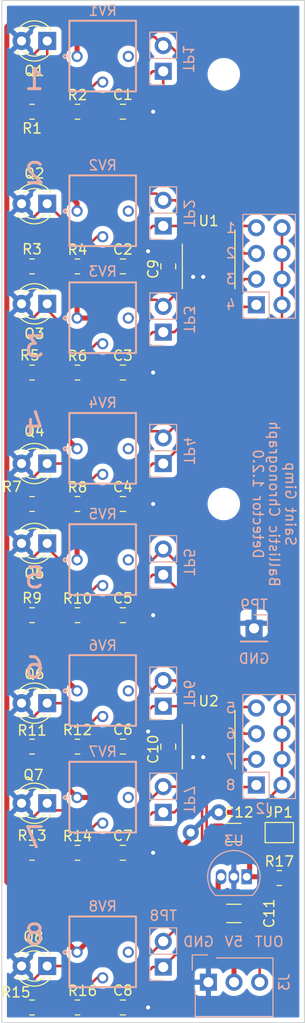
<source format=kicad_pcb>
(kicad_pcb (version 20210925) (generator pcbnew)
  (layers (0 "F.Cu" signal) (31 "B.Cu" signal) (34 "B.Paste" user) (35 "F.Paste" user) (36 "B.SilkS" user "B.Silkscreen") (37 "F.SilkS" user "F.Silkscreen") (38 "B.Mask" user) (39 "F.Mask" user) (44 "Edge.Cuts" user))
  (net 0 "")
  (net 1 "+5V")
  (net 2 "GND")
  (net 3 "Net-(JP1-Pad2)")
  (net 4 "Net-(R1-Pad1)")
  (net 5 "Net-(R4-Pad1)")
  (net 6 "Net-(R5-Pad1)")
  (net 7 "Net-(R11-Pad1)")
  (net 8 "Net-(R15-Pad1)")
  (net 9 "Net-(C1-Pad1)")
  (net 10 "Net-(C2-Pad1)")
  (net 11 "Net-(C5-Pad1)")
  (net 12 "Net-(C6-Pad1)")
  (net 13 "Net-(C7-Pad1)")
  (net 14 "Net-(C8-Pad1)")
  (net 15 "+3V3")
  (net 16 "/Group-A/Group-A-Output")
  (net 17 "Net-(J2-Pad3)")
  (net 18 "Net-(J2-Pad5)")
  (net 19 "Net-(J2-Pad1)")
  (net 20 "Net-(J2-Pad7)")
  (net 21 "Net-(Q1-Pad1)")
  (net 22 "Net-(Q2-Pad1)")
  (net 23 "Net-(Q5-Pad1)")
  (net 24 "Net-(Q6-Pad1)")
  (net 25 "Net-(Q7-Pad1)")
  (net 26 "Net-(Q8-Pad1)")
  (net 27 "Net-(R8-Pad1)")
  (net 28 "Net-(R10-Pad1)")
  (net 29 "Net-(R14-Pad1)")
  (net 30 "Net-(C3-Pad1)")
  (net 31 "Net-(C4-Pad1)")
  (net 32 "Net-(J1-Pad1)")
  (net 33 "Net-(J1-Pad3)")
  (net 34 "Net-(Q3-Pad1)")
  (net 35 "Net-(Q4-Pad1)")
  (net 36 "Net-(J1-Pad5)")
  (net 37 "Net-(J1-Pad7)")
  (footprint "Capacitor_SMD:C_0805_2012Metric_Pad1.18x1.45mm_HandSolder" (layer "F.Cu") (at 122.725 121.06)
    (fp_text reference "C6")
    (fp_text value "1uF" hide)
  )
  (footprint "LED_THT:LED_D3.0mm_IRBlack" (layer "F.Cu") (at 115.225 142.76 180)
    (fp_text reference "Q8")
    (fp_text value "SFH 314 FA-2/3" hide)
  )
  (footprint "LED_THT:LED_D3.0mm_IRBlack" (layer "F.Cu") (at 115.225 116.76 180)
    (fp_text reference "Q6")
    (fp_text value "SFH 314 FA-2/3" hide)
  )
  (footprint "Resistor_SMD:R_0805_2012Metric_Pad1.20x1.40mm_HandSolder" (layer "F.Cu") (at 113.725 121.06 180)
    (fp_text reference "R11")
    (fp_text value "1" hide)
  )
  (footprint "Resistor_SMD:R_0805_2012Metric_Pad1.20x1.40mm_HandSolder" (layer "F.Cu") (at 118.225 97.06)
    (fp_text reference "R8")
    (fp_text value "330K" hide)
  )
  (footprint "LED_THT:LED_D3.0mm_IRBlack" (layer "F.Cu") (at 115.225 51.26 180)
    (fp_text reference "Q1")
    (fp_text value "SFH 314 FA-2/3" hide)
  )
  (footprint "Capacitor_SMD:C_0805_2012Metric_Pad1.18x1.45mm_HandSolder" (layer "F.Cu") (at 122.725 73.56)
    (fp_text reference "C2")
    (fp_text value "1uF" hide)
  )
  (footprint "Resistor_SMD:R_0805_2012Metric_Pad1.20x1.40mm_HandSolder" (layer "F.Cu") (at 118.225 58.26)
    (fp_text reference "R2")
    (fp_text value "330K" hide)
  )
  (footprint "Resistor_SMD:R_0805_2012Metric_Pad1.20x1.40mm_HandSolder" (layer "F.Cu") (at 113.725 131.56 180)
    (fp_text reference "R13")
    (fp_text value "1" hide)
  )
  (footprint "Capacitor_SMD:C_0805_2012Metric_Pad1.18x1.45mm_HandSolder" (layer "F.Cu") (at 127.225 73.56 -90)
    (fp_text reference "C9")
    (fp_text value "1uF" hide)
  )
  (footprint "LED_THT:LED_D3.0mm_IRBlack" (layer "F.Cu") (at 115.225 93.06 180)
    (fp_text reference "Q4")
    (fp_text value "SFH 314 FA-2/3" hide)
  )
  (footprint "Resistor_SMD:R_0805_2012Metric_Pad1.20x1.40mm_HandSolder" (layer "F.Cu") (at 113.725 108.06 180)
    (fp_text reference "R9")
    (fp_text value "1" hide)
  )
  (footprint "LED_THT:LED_D3.0mm_IRBlack" (layer "F.Cu") (at 115.225 77.26 180)
    (fp_text reference "Q3")
    (fp_text value "SFH 314 FA-2/3" hide)
  )
  (footprint "Resistor_SMD:R_0805_2012Metric_Pad1.20x1.40mm_HandSolder" (layer "F.Cu") (at 113.725 84.06 180)
    (fp_text reference "R5")
    (fp_text value "1" hide)
  )
  (footprint "Resistor_SMD:R_0805_2012Metric_Pad1.20x1.40mm_HandSolder" (layer "F.Cu") (at 113.725 146.86 180)
    (fp_text reference "R15")
    (fp_text value "1" hide)
  )
  (footprint "Capacitor_SMD:C_0805_2012Metric_Pad1.18x1.45mm_HandSolder" (layer "F.Cu") (at 122.725 58.26)
    (fp_text reference "C1")
    (fp_text value "1uF" hide)
  )
  (footprint "Package_SO:TSSOP-14_4.4x5mm_P0.65mm" (layer "F.Cu") (at 131.225 73.56 -90)
    (fp_text reference "U1")
    (fp_text value "LM339" hide)
  )
  (footprint "Capacitor_SMD:C_0805_2012Metric_Pad1.18x1.45mm_HandSolder" (layer "F.Cu") (at 122.725 131.56)
    (fp_text reference "C7")
    (fp_text value "1uF" hide)
  )
  (footprint "Capacitor_SMD:C_1206_3216Metric_Pad1.33x1.80mm_HandSolder" (layer "F.Cu") (at 133.725 137.56)
    (fp_text reference "C11")
    (fp_text value "10uf" hide)
  )
  (footprint "Resistor_SMD:R_0805_2012Metric_Pad1.20x1.40mm_HandSolder" (layer "F.Cu") (at 138.225 134.06)
    (fp_text reference "R17")
    (fp_text value "330K" hide)
  )
  (footprint "Capacitor_SMD:C_0805_2012Metric_Pad1.18x1.45mm_HandSolder" (layer "F.Cu") (at 127.225 121.06 -90)
    (fp_text reference "C10")
    (fp_text value "1uF" hide)
  )
  (footprint "LED_THT:LED_D3.0mm_IRBlack" (layer "F.Cu") (at 115.225 126.66 180)
    (fp_text reference "Q7")
    (fp_text value "SFH 314 FA-2/3" hide)
  )
  (footprint "MountingHole:MountingHole_2.2mm_M2" (layer "F.Cu") (at 132.725 97.06)
    (fp_text reference "REF**" hide)
    (fp_text value "MountingHole_2.2mm_M2" hide)
  )
  (footprint "Resistor_SMD:R_0805_2012Metric_Pad1.20x1.40mm_HandSolder" (layer "F.Cu") (at 118.225 84.06)
    (fp_text reference "R6")
    (fp_text value "330K" hide)
  )
  (footprint "Resistor_SMD:R_0805_2012Metric_Pad1.20x1.40mm_HandSolder" (layer "F.Cu") (at 113.725 58.26 180)
    (fp_text reference "R1")
    (fp_text value "1" hide)
  )
  (footprint "MountingHole:MountingHole_2.2mm_M2" (layer "F.Cu") (at 132.725 54.56)
    (fp_text reference "REF**" hide)
    (fp_text value "MountingHole_2.2mm_M2" hide)
  )
  (footprint "Resistor_SMD:R_0805_2012Metric_Pad1.20x1.40mm_HandSolder" (layer "F.Cu") (at 118.225 131.56)
    (fp_text reference "R14")
    (fp_text value "330K" hide)
  )
  (footprint "Package_SO:TSSOP-14_4.4x5mm_P0.65mm" (layer "F.Cu") (at 131.225 121.06 -90)
    (fp_text reference "U2")
    (fp_text value "LM339" hide)
  )
  (footprint "Resistor_SMD:R_0805_2012Metric_Pad1.20x1.40mm_HandSolder" (layer "F.Cu") (at 118.225 108.06)
    (fp_text reference "R10")
    (fp_text value "330K" hide)
  )
  (footprint "Resistor_SMD:R_0805_2012Metric_Pad1.20x1.40mm_HandSolder" (layer "F.Cu") (at 118.225 73.56)
    (fp_text reference "R4")
    (fp_text value "330K" hide)
  )
  (footprint "Capacitor_SMD:C_0805_2012Metric_Pad1.18x1.45mm_HandSolder" (layer "F.Cu") (at 122.725 146.86)
    (fp_text reference "C8")
    (fp_text value "1uF" hide)
  )
  (footprint "Resistor_SMD:R_0805_2012Metric_Pad1.20x1.40mm_HandSolder" (layer "F.Cu") (at 118.225 146.86)
    (fp_text reference "R16")
    (fp_text value "330K" hide)
  )
  (footprint "Resistor_SMD:R_0805_2012Metric_Pad1.20x1.40mm_HandSolder" (layer "F.Cu") (at 113.725 97.06 180)
    (fp_text reference "R7")
    (fp_text value "1" hide)
  )
  (footprint "LED_THT:LED_D3.0mm_IRBlack" (layer "F.Cu") (at 115.225 100.96 180)
    (fp_text reference "Q5")
    (fp_text value "SFH 314 FA-2/3" hide)
  )
  (footprint "Resistor_SMD:R_0805_2012Metric_Pad1.20x1.40mm_HandSolder" (layer "F.Cu") (at 118.225 121.06)
    (fp_text reference "R12")
    (fp_text value "330K" hide)
  )
  (footprint "Capacitor_SMD:C_0805_2012Metric_Pad1.18x1.45mm_HandSolder" (layer "F.Cu") (at 122.725 108.06)
    (fp_text reference "C5")
    (fp_text value "1uF" hide)
  )
  (footprint "Capacitor_SMD:C_0805_2012Metric_Pad1.18x1.45mm_HandSolder" (layer "F.Cu") (at 122.725 84.06)
    (fp_text reference "C3")
    (fp_text value "1uF" hide)
  )
  (footprint "Resistor_SMD:R_0805_2012Metric_Pad1.20x1.40mm_HandSolder" (layer "F.Cu") (at 113.725 73.56 180)
    (fp_text reference "R3")
    (fp_text value "1" hide)
  )
  (footprint "Jumper:SolderJumper-2_P1.3mm_Bridged_Pad1.0x1.5mm" (layer "F.Cu") (at 138.225 129.56)
    (fp_text reference "JP1")
    (fp_text value "Jumper_2_Bridged" hide)
  )
  (footprint "Capacitor_SMD:C_1206_3216Metric_Pad1.33x1.80mm_HandSolder" (layer "F.Cu") (at 133.725 129.56 180)
    (fp_text reference "C12")
    (fp_text value "10uf" hide)
  )
  (footprint "Capacitor_SMD:C_0805_2012Metric_Pad1.18x1.45mm_HandSolder" (layer "F.Cu") (at 122.725 97.06)
    (fp_text reference "C4")
    (fp_text value "1uF" hide)
  )
  (footprint "LED_THT:LED_D3.0mm_IRBlack" (layer "F.Cu") (at 115.225 67.36 180)
    (fp_text reference "Q2")
    (fp_text value "SFH 314 FA-2/3" hide)
  )
  (footprint "SaintGimp:KF2510_Header_1x03_Vertical" (layer "B.Cu") (at 131.2 144.36 -90)
    (fp_text reference "J3")
    (fp_text value "Conn_01x03" hide)
  )
  (footprint "Connector_PinHeader_2.54mm:PinHeader_2x04_P2.54mm_Vertical" (layer "B.Cu") (at 135.95 77.36)
    (fp_text reference "J1" hide)
    (fp_text value "Conn_02x04_Odd_Even" hide)
  )
  (footprint "Connector_PinHeader_2.54mm:PinHeader_1x02_P2.54mm_Vertical" (layer "B.Cu") (at 126.725 104.06)
    (fp_text reference "TP5")
    (fp_text value "TestPoint_2Pole" hide)
  )
  (footprint "Connector_PinHeader_2.54mm:PinHeader_1x02_P2.54mm_Vertical" (layer "B.Cu") (at 126.725 69.56)
    (fp_text reference "TP2")
    (fp_text value "TestPoint_2Pole" hide)
  )
  (footprint "Connector_PinHeader_2.54mm:PinHeader_1x02_P2.54mm_Vertical" (layer "B.Cu") (at 126.725 80.06)
    (fp_text reference "TP3")
    (fp_text value "TestPoint_2Pole" hide)
  )
  (footprint "Connector_PinHeader_2.54mm:PinHeader_1x02_P2.54mm_Vertical" (layer "B.Cu") (at 126.725 93.06)
    (fp_text reference "TP4")
    (fp_text value "TestPoint_2Pole" hide)
  )
  (footprint "SamacSys_Parts:3362P_1" (layer "B.Cu") (at 120.725 49.26)
    (fp_text reference "RV1")
    (fp_text value "5K" hide)
  )
  (footprint "Package_TO_SOT_THT:TO-92_Inline" (layer "B.Cu") (at 134.995 133.9325 180)
    (fp_text reference "U3")
    (fp_text value "LP2950-3.3_TO92" hide)
  )
  (footprint "SamacSys_Parts:3362P_1" (layer "B.Cu") (at 120.725 122.56)
    (fp_text reference "RV7")
    (fp_text value "5K" hide)
  )
  (footprint "Connector_PinHeader_2.54mm:PinHeader_1x01_P2.54mm_Vertical" (layer "B.Cu") (at 135.725 109.36 180)
    (fp_text reference "TP9")
    (fp_text value "TestPoint" hide)
  )
  (footprint "SamacSys_Parts:3362P_1" (layer "B.Cu") (at 120.725 99.06)
    (fp_text reference "RV5")
    (fp_text value "5K" hide)
  )
  (footprint "Connector_PinHeader_2.54mm:PinHeader_1x02_P2.54mm_Vertical" (layer "B.Cu") (at 126.725 142.86)
    (fp_text reference "TP8")
    (fp_text value "TestPoint_2Pole" hide)
  )
  (footprint "SamacSys_Parts:3362P_1" (layer "B.Cu") (at 120.725 75.14)
    (fp_text reference "RV3")
    (fp_text value "5K" hide)
  )
  (footprint "SamacSys_Parts:3362P_1" (layer "B.Cu") (at 120.725 137.86)
    (fp_text reference "RV8")
    (fp_text value "5K" hide)
  )
  (footprint "Connector_PinHeader_2.54mm:PinHeader_1x02_P2.54mm_Vertical" (layer "B.Cu") (at 126.725 117.06)
    (fp_text reference "TP6")
    (fp_text value "TestPoint_2Pole" hide)
  )
  (footprint "SamacSys_Parts:3362P_1" (layer "B.Cu") (at 120.725 64.56)
    (fp_text reference "RV2")
    (fp_text value "5K" hide)
  )
  (footprint "SamacSys_Parts:3362P_1" (layer "B.Cu") (at 120.725 112.01)
    (fp_text reference "RV6")
    (fp_text value "5K" hide)
  )
  (footprint "Connector_PinHeader_2.54mm:PinHeader_1x02_P2.54mm_Vertical" (layer "B.Cu") (at 126.725 127.56)
    (fp_text reference "TP7")
    (fp_text value "TestPoint_2Pole" hide)
  )
  (footprint "SamacSys_Parts:3362P_1" (layer "B.Cu") (at 120.725 88.06)
    (fp_text reference "RV4")
    (fp_text value "5K" hide)
  )
  (footprint "Connector_PinHeader_2.54mm:PinHeader_2x04_P2.54mm_Vertical" (layer "B.Cu") (at 135.95 124.86)
    (fp_text reference "J2")
    (fp_text value "Conn_02x04_Odd_Even" hide)
  )
  (footprint "Connector_PinHeader_2.54mm:PinHeader_1x02_P2.54mm_Vertical" (layer "B.Cu") (at 126.725 54.26)
    (fp_text reference "TP1")
    (fp_text value "TestPoint_2Pole" hide)
  )
  (gr_rect (start 110.725 47.26) (end 140.725 148.36) (layer "Edge.Cuts") (width 0.1) (fill none))
  (gr_text "GND" (at 135.725 112.36) (layer "B.SilkS") (effects (font (size 1 1)) (justify mirror)))
  (gr_text "7" (at 113.955 130.06) (layer "B.SilkS") (effects (font (size 2 2) (thickness 0.3)) (justify mirror)))
  (gr_text "5" (at 113.955 104.36) (layer "B.SilkS") (effects (font (size 2 2) (thickness 0.3)) (justify mirror)))
  (gr_text "7" (at 133.41 122.32) (layer "B.SilkS") (effects (font (size 1 1)) (justify mirror)))
  (gr_text "3" (at 133.41 74.82) (layer "B.SilkS") (effects (font (size 1 1)) (justify mirror)))
  (gr_text "Saint Gimp\nBallistic Chronograph\nDetector 1.2.0" (at 137.725 97.06 270) (layer "B.SilkS") (effects (font (size 1 1)) (justify mirror)))
  (gr_text "5" (at 133.41 117.24) (layer "B.SilkS") (effects (font (size 1 1)) (justify mirror)))
  (gr_text "1" (at 133.41 69.74) (layer "B.SilkS") (effects (font (size 1 1)) (justify mirror)))
  (gr_text "3" (at 113.955 81.5) (layer "B.SilkS") (effects (font (size 2 2) (thickness 0.3)) (justify mirror)))
  (gr_text "8" (at 113.955 139.68) (layer "B.SilkS") (effects (font (size 2 2) (thickness 0.3)) (justify mirror)))
  (gr_text "4" (at 113.955 89.12) (layer "B.SilkS") (effects (font (size 2 2) (thickness 0.3)) (justify mirror)))
  (gr_text "1" (at 113.955 55.07) (layer "B.SilkS") (effects (font (size 2 2) (thickness 0.3)) (justify mirror)))
  (gr_text "6" (at 133.41 119.78) (layer "B.SilkS") (effects (font (size 1 1)) (justify mirror)))
  (gr_text "6" (at 113.955 113.25) (layer "B.SilkS") (effects (font (size 2 2) (thickness 0.3)) (justify mirror)))
  (gr_text "5V" (at 133.725 140.36) (layer "B.SilkS") (effects (font (size 1 1)) (justify mirror)))
  (gr_text "2" (at 133.41 72.25) (layer "B.SilkS") (effects (font (size 1 1)) (justify mirror)))
  (gr_text "8" (at 133.41 124.86) (layer "B.SilkS") (effects (font (size 1 1)) (justify mirror)))
  (gr_text "2" (at 113.955 64.36) (layer "B.SilkS") (effects (font (size 2 2) (thickness 0.3)) (justify mirror)))
  (gr_text "OUT" (at 137.225 140.36) (layer "B.SilkS") (effects (font (size 1 1)) (justify mirror)))
  (gr_text "GND" (at 130.225 140.36) (layer "B.SilkS") (effects (font (size 1 1)) (justify mirror)))
  (gr_text "4" (at 133.41 77.36) (layer "B.SilkS") (effects (font (size 1 1)) (justify mirror)))
  (segment (start 133.74 144.36) (end 133.74 139.1375) (width 0.5) (layer "F.Cu") (net 1))
  (segment (start 132.1625 134.225) (end 132.455 133.9325) (width 0.5) (layer "F.Cu") (net 1))
  (segment (start 132.1625 137.56) (end 132.1625 134.225) (width 0.5) (layer "F.Cu") (net 1))
  (segment (start 133.74 139.1375) (end 132.1625 137.56) (width 0.5) (layer "F.Cu") (net 1))
  (segment (start 125.725 108.06) (end 123.7625 108.06) (width 0.25) (layer "F.Cu") (net 2))
  (segment (start 133.725 135.9975) (end 133.725 133.9325) (width 0.5) (layer "F.Cu") (net 2))
  (segment (start 123.7625 73.56) (end 123.7625 73.5225) (width 0.25) (layer "F.Cu") (net 2))
  (segment (start 123.7625 58.26) (end 125.725 58.26) (width 0.25) (layer "F.Cu") (net 2))
  (segment (start 125.725 131.56) (end 123.7625 131.56) (width 0.25) (layer "F.Cu") (net 2))
  (segment (start 135.2875 137.56) (end 133.725 135.9975) (width 0.5) (layer "F.Cu") (net 2))
  (segment (start 129.6875 74.5975) (end 130.6875 74.5975) (width 0.4) (layer "F.Cu") (net 2))
  (segment (start 130.846698 122.0975) (end 131.875 123.125802) (width 0.4) (layer "F.Cu") (net 2))
  (segment (start 132.1625 130.4975) (end 133.725 132.06) (width 0.5) (layer "F.Cu") (net 2))
  (segment (start 125.225 146.86) (end 123.7625 146.86) (width 0.25) (layer "F.Cu") (net 2))
  (segment (start 125.725 84.06) (end 123.7625 84.06) (width 0.25) (layer "F.Cu") (net 2))
  (segment (start 123.7625 73.5225) (end 125.225 72.06) (width 0.25) (layer "F.Cu") (net 2))
  (segment (start 130.846698 74.5975) (end 131.875 75.625802) (width 0.4) (layer "F.Cu") (net 2))
  (segment (start 127.225 122.0975) (end 129.6875 122.0975) (width 0.4) (layer "F.Cu") (net 2))
  (segment (start 133.725 132.06) (end 133.725 133.9325) (width 0.5) (layer "F.Cu") (net 2))
  (segment (start 130.6875 74.5975) (end 130.846698 74.5975) (width 0.4) (layer "F.Cu") (net 2))
  (segment (start 125.725 97.06) (end 123.7625 97.06) (width 0.25) (layer "F.Cu") (net 2))
  (segment (start 131.875 123.125802) (end 131.875 123.9225) (width 0.4) (layer "F.Cu") (net 2))
  (segment (start 127.225 74.5975) (end 129.6875 74.5975) (width 0.4) (layer "F.Cu") (net 2))
  (segment (start 130.6875 122.0975) (end 130.846698 122.0975) (width 0.4) (layer "F.Cu") (net 2))
  (segment (start 132.1625 129.56) (end 132.1625 130.4975) (width 0.5) (layer "F.Cu") (net 2))
  (segment (start 123.7625 121.0225) (end 125.225 119.56) (width 0.25) (layer "F.Cu") (net 2))
  (segment (start 131.875 75.625802) (end 131.875 76.4225) (width 0.4) (layer "F.Cu") (net 2))
  (segment (start 123.7625 121.06) (end 123.7625 121.0225) (width 0.25) (layer "F.Cu") (net 2))
  (segment (start 129.6875 122.0975) (end 130.6875 122.0975) (width 0.4) (layer "F.Cu") (net 2))
  (via (at 129.6875 74.5975) (size 0.8) (drill 0.4) (layers "F.Cu" "B.Cu") (net 2))
  (via (at 125.225 72.06) (size 0.8) (drill 0.4) (layers "F.Cu" "B.Cu") (net 2))
  (via (at 125.725 58.26) (size 0.8) (drill 0.4) (layers "F.Cu" "B.Cu") (net 2))
  (via (at 130.6875 74.5975) (size 0.8) (drill 0.4) (layers "F.Cu" "B.Cu") (net 2))
  (via (at 129.6875 122.0975) (size 0.8) (drill 0.4) (layers "F.Cu" "B.Cu") (net 2))
  (via (at 130.6875 122.0975) (size 0.8) (drill 0.4) (layers "F.Cu" "B.Cu") (net 2))
  (via (at 125.725 108.06) (size 0.8) (drill 0.4) (layers "F.Cu" "B.Cu") (net 2))
  (via (at 125.225 119.56) (size 0.8) (drill 0.4) (layers "F.Cu" "B.Cu") (net 2))
  (via (at 125.725 84.06) (size 0.8) (drill 0.4) (layers "F.Cu" "B.Cu") (net 2))
  (via (at 125.725 97.06) (size 0.8) (drill 0.4) (layers "F.Cu" "B.Cu") (net 2))
  (via (at 125.225 146.86) (size 0.8) (drill 0.4) (layers "F.Cu" "B.Cu") (net 2))
  (via (at 125.725 131.56) (size 0.8) (drill 0.4) (layers "F.Cu" "B.Cu") (net 2))
  (segment (start 139.225 129.91) (end 138.875 129.56) (width 0.25) (layer "F.Cu") (net 3))
  (segment (start 139.225 134.06) (end 139.225 129.91) (width 0.25) (layer "F.Cu") (net 3))
  (segment (start 120.155 55.33) (end 120.725 55.33) (width 0.25) (layer "F.Cu") (net 4))
  (segment (start 117.225 58.26) (end 114.725 58.26) (width 0.25) (layer "F.Cu") (net 4))
  (segment (start 117.225 58.26) (end 120.155 55.33) (width 0.25) (layer "F.Cu") (net 4))
  (segment (start 120.155 70.63) (end 120.725 70.63) (width 0.25) (layer "F.Cu") (net 5))
  (segment (start 117.225 73.56) (end 120.155 70.63) (width 0.25) (layer "F.Cu") (net 5))
  (segment (start 117.225 73.56) (end 114.725 73.56) (width 0.25) (layer "F.Cu") (net 5))
  (segment (start 117.225 84.06) (end 120.155 81.13) (width 0.25) (layer "F.Cu") (net 6))
  (segment (start 117.225 84.06) (end 114.725 84.06) (width 0.25) (layer "F.Cu") (net 6))
  (segment (start 120.155 81.13) (end 120.725 81.13) (width 0.25) (layer "F.Cu") (net 6))
  (segment (start 117.225 121.06) (end 114.725 121.06) (width 0.25) (layer "F.Cu") (net 7))
  (segment (start 117.225 121.06) (end 120.205 118.08) (width 0.25) (layer "F.Cu") (net 7))
  (segment (start 120.205 118.08) (end 120.725 118.08) (width 0.25) (layer "F.Cu") (net 7))
  (segment (start 117.225 146.86) (end 114.725 146.86) (width 0.25) (layer "F.Cu") (net 8))
  (segment (start 120.155 143.93) (end 120.725 143.93) (width 0.25) (layer "F.Cu") (net 8))
  (segment (start 117.225 146.86) (end 120.155 143.93) (width 0.25) (layer "F.Cu") (net 8))
  (segment (start 121.6875 58.26) (end 125.6875 54.26) (width 0.25) (layer "F.Cu") (net 9))
  (segment (start 126.725 56.56) (end 130.575 60.41) (width 0.25) (layer "F.Cu") (net 9))
  (segment (start 125.6875 54.26) (end 126.725 54.26) (width 0.25) (layer "F.Cu") (net 9))
  (segment (start 126.725 56.56) (end 126.725 54.26) (width 0.25) (layer "F.Cu") (net 9))
  (segment (start 130.575 60.41) (end 130.575 70.6975) (width 0.25) (layer "F.Cu") (net 9))
  (segment (start 119.225 58.26) (end 121.6875 58.26) (width 0.25) (layer "F.Cu") (net 9))
  (segment (start 125.6875 69.56) (end 126.725 69.56) (width 0.25) (layer "F.Cu") (net 10))
  (segment (start 121.6875 73.56) (end 125.6875 69.56) (width 0.25) (layer "F.Cu") (net 10))
  (segment (start 119.225 73.56) (end 121.6875 73.56) (width 0.25) (layer "F.Cu") (net 10))
  (segment (start 128.1375 69.56) (end 129.275 70.6975) (width 0.25) (layer "F.Cu") (net 10))
  (segment (start 126.725 69.56) (end 128.1375 69.56) (width 0.25) (layer "F.Cu") (net 10))
  (segment (start 126.725 104.06) (end 130.575 107.91) (width 0.25) (layer "F.Cu") (net 11))
  (segment (start 121.6875 108.06) (end 125.6875 104.06) (width 0.25) (layer "F.Cu") (net 11))
  (segment (start 119.225 108.06) (end 121.6875 108.06) (width 0.25) (layer "F.Cu") (net 11))
  (segment (start 130.575 107.91) (end 130.575 118.1975) (width 0.25) (layer "F.Cu") (net 11))
  (segment (start 125.6875 104.06) (end 126.725 104.06) (width 0.25) (layer "F.Cu") (net 11))
  (segment (start 126.725 117.06) (end 128.1375 117.06) (width 0.25) (layer "F.Cu") (net 12))
  (segment (start 119.225 121.06) (end 121.6875 121.06) (width 0.25) (layer "F.Cu") (net 12))
  (segment (start 128.1375 117.06) (end 129.275 118.1975) (width 0.25) (layer "F.Cu") (net 12))
  (segment (start 125.6875 117.06) (end 126.725 117.06) (width 0.25) (layer "F.Cu") (net 12))
  (segment (start 121.6875 121.06) (end 125.6875 117.06) (width 0.25) (layer "F.Cu") (net 12))
  (segment (start 125.6875 127.56) (end 126.725 127.56) (width 0.25) (layer "F.Cu") (net 13))
  (segment (start 126.725 127.56) (end 127.825 127.56) (width 0.25) (layer "F.Cu") (net 13))
  (segment (start 121.6875 131.56) (end 125.6875 127.56) (width 0.25) (layer "F.Cu") (net 13))
  (segment (start 129.925 125.46) (end 129.925 123.9225) (width 0.25) (layer "F.Cu") (net 13))
  (segment (start 119.225 131.56) (end 121.6875 131.56) (width 0.25) (layer "F.Cu") (net 13))
  (segment (start 127.825 127.56) (end 129.925 125.46) (width 0.25) (layer "F.Cu") (net 13))
  (segment (start 119.225 146.86) (end 121.6875 146.86) (width 0.25) (layer "F.Cu") (net 14))
  (segment (start 131.02452 124.813612) (end 131.02452 138.56048) (width 0.25) (layer "F.Cu") (net 14))
  (segment (start 131.02452 138.56048) (end 126.725 142.86) (width 0.25) (layer "F.Cu") (net 14))
  (segment (start 131.225 123.9225) (end 131.225 124.613132) (width 0.25) (layer "F.Cu") (net 14))
  (segment (start 121.6875 146.86) (end 125.6875 142.86) (width 0.25) (layer "F.Cu") (net 14))
  (segment (start 125.6875 142.86) (end 126.725 142.86) (width 0.25) (layer "F.Cu") (net 14))
  (segment (start 131.225 124.613132) (end 131.02452 124.813612) (width 0.25) (layer "F.Cu") (net 14))
  (segment (start 135.2875 133.64) (end 134.995 133.9325) (width 0.5) (layer "F.Cu") (net 15))
  (segment (start 124.3875 75.36) (end 127.225 72.5225) (width 0.5) (layer "F.Cu") (net 15))
  (segment (start 111.225 123.36) (end 111.225 112.86) (width 0.5) (layer "F.Cu") (net 15))
  (segment (start 119.415 78.67) (end 122.725 75.36) (width 0.5) (layer "F.Cu") (net 15))
  (segment (start 111.225 63.36) (end 114.246959 63.36) (width 0.5) (layer "F.Cu") (net 15))
  (segment (start 120.995 126.09) (end 127.0625 120.0225) (width 0.5) (layer "F.Cu") (net 15))
  (segment (start 130.846698 120.0225) (end 131.875 118.994198) (width 0.4) (layer "F.Cu") (net 15))
  (segment (start 135.2875 129.56) (end 135.2875 128.1225) (width 0.5) (layer "F.Cu") (net 15))
  (segment (start 118.185 67.298041) (end 118.185 68.09) (width 0.5) (layer "F.Cu") (net 15))
  (segment (start 111.225 63.36) (end 111.225 49.86) (width 0.5) (layer "F.Cu") (net 15))
  (segment (start 130.91741 72.5225) (end 131.875 71.56491) (width 0.5) (layer "F.Cu") (net 15))
  (segment (start 115.505 112.86) (end 111.225 112.86) (width 0.5) (layer "F.Cu") (net 15))
  (segment (start 127.225 120.0225) (end 130.846698 120.0225) (width 0.4) (layer "F.Cu") (net 15))
  (segment (start 129.4505 129.56) (end 129.4505 130.1245) (width 0.5) (layer "F.Cu") (net 15))
  (segment (start 131.875 118.994198) (end 131.875 118.1975) (width 0.4) (layer "F.Cu") (net 15))
  (segment (start 111.225 112.86) (end 111.225 98.86) (width 0.5) (layer "F.Cu") (net 15))
  (segment (start 134.725 127.56) (end 132.225 127.56) (width 0.5) (layer "F.Cu") (net 15))
  (segment (start 111.225 134.43) (end 111.225 134.36) (width 0.5) (layer "F.Cu") (net 15))
  (segment (start 118.185 115.54) (end 115.505 112.86) (width 0.5) (layer "F.Cu") (net 15))
  (segment (start 111.225 49.86) (end 112.225 48.86) (width 0.5) (layer "F.Cu") (net 15))
  (segment (start 137.0975 133.9325) (end 137.225 134.06) (width 0.5) (layer "F.Cu") (net 15))
  (segment (start 118.185 141.39) (end 111.225 134.43) (width 0.5) (layer "F.Cu") (net 15))
  (segment (start 116.225 74.86) (end 118.185 76.82) (width 0.5) (layer "F.Cu") (net 15))
  (segment (start 115.455 123.36) (end 118.185 126.09) (width 0.5) (layer "F.Cu") (net 15))
  (segment (start 111.225 74.86) (end 116.225 74.86) (width 0.5) (layer "F.Cu") (net 15))
  (segment (start 118.185 76.82) (end 118.185 78.67) (width 0.5) (layer "F.Cu") (net 15))
  (segment (start 122.725 75.36) (end 124.3875 75.36) (width 0.5) (layer "F.Cu") (net 15))
  (segment (start 131.875 71.56491) (end 131.875 70.6975) (width 0.5) (layer "F.Cu") (net 15))
  (segment (start 111.225 89.36) (end 115.955 89.36) (width 0.5) (layer "F.Cu") (net 15))
  (segment (start 111.225 134.36) (end 111.225 123.36) (width 0.5) (layer "F.Cu") (net 15))
  (segment (start 118.185 50.82) (end 118.185 52.79) (width 0.5) (layer "F.Cu") (net 15))
  (segment (start 111.225 98.86) (end 111.225 89.36) (width 0.5) (layer "F.Cu") (net 15))
  (segment (start 116.225 98.86) (end 118.185 100.82) (width 0.5) (layer "F.Cu") (net 15))
  (segment (start 115.955 89.36) (end 118.185 91.59) (width 0.5) (layer "F.Cu") (net 15))
  (segment (start 118.185 100.82) (end 118.185 102.59) (width 0.5) (layer "F.Cu") (net 15))
  (segment (start 118.185 78.67) (end 119.415 78.67) (width 0.5) (layer "F.Cu") (net 15))
  (segment (start 135.2875 128.1225) (end 134.725 127.56) (width 0.5) (layer "F.Cu") (net 15))
  (segment (start 129.4505 130.1245) (end 118.185 141.39) (width 0.5) (layer "F.Cu") (net 15))
  (segment (start 127.225 72.5225) (end 130.91741 72.5225) (width 0.5) (layer "F.Cu") (net 15))
  (segment (start 114.246959 63.36) (end 118.185 67.298041) (width 0.5) (layer "F.Cu") (net 15))
  (segment (start 111.225 74.86) (end 111.225 63.36) (width 0.5) (layer "F.Cu") (net 15))
  (segment (start 118.185 126.09) (end 120.995 126.09) (width 0.5) (layer "F.Cu") (net 15))
  (segment (start 116.225 48.86) (end 118.185 50.82) (width 0.5) (layer "F.Cu") (net 15))
  (segment (start 111.225 89.36) (end 111.225 74.86) (width 0.5) (layer "F.Cu") (net 15))
  (segment (start 111.225 123.36) (end 115.455 123.36) (width 0.5) (layer "F.Cu") (net 15))
  (segment (start 111.225 98.86) (end 116.225 98.86) (width 0.5) (layer "F.Cu") (net 15))
  (segment (start 112.225 48.86) (end 116.225 48.86) (width 0.5) (layer "F.Cu") (net 15))
  (segment (start 135.2875 129.56) (end 135.2875 133.64) (width 0.5) (layer "F.Cu") (net 15))
  (segment (start 134.995 133.9325) (end 137.0975 133.9325) (width 0.5) (layer "F.Cu") (net 15))
  (segment (start 127.0625 120.0225) (end 127.225 120.0225) (width 0.5) (layer "F.Cu") (net 15))
  (via (at 129.4505 129.56) (size 1.6) (drill 0.8) (layers "F.Cu" "B.Cu") (net 15))
  (via (at 132.225 127.56) (size 1.6) (drill 0.8) (layers "F.Cu" "B.Cu") (net 15))
  (segment (start 131.4505 127.56) (end 132.225 127.56) (width 0.5) (layer "B.Cu") (net 15))
  (segment (start 129.4505 129.56) (end 131.4505 127.56) (width 0.5) (layer "B.Cu") (net 15))
  (segment (start 137.575 132.63962) (end 138.14952 133.21414) (width 0.25) (layer "F.Cu") (net 16))
  (segment (start 138.14952 133.21414) (end 138.14952 140.19048) (width 0.25) (layer "F.Cu") (net 16))
  (segment (start 138.14952 140.19048) (end 136.28 142.06) (width 0.25) (layer "F.Cu") (net 16))
  (segment (start 138.49 122.32) (end 138.49 124.86) (width 0.25) (layer "F.Cu") (net 16))
  (segment (start 138.49 74.82) (end 138.49 77.36) (width 0.25) (layer "F.Cu") (net 16))
  (segment (start 137.575 125.775) (end 137.575 129.56) (width 0.25) (layer "F.Cu") (net 16))
  (segment (start 138.49 117.24) (end 138.49 119.78) (width 0.25) (layer "F.Cu") (net 16))
  (segment (start 138.49 124.86) (end 137.575 125.775) (width 0.25) (layer "F.Cu") (net 16))
  (segment (start 138.49 72.28) (end 138.49 74.82) (width 0.25) (layer "F.Cu") (net 16))
  (segment (start 137.575 129.56) (end 137.575 132.63962) (width 0.25) (layer "F.Cu") (net 16))
  (segment (start 138.49 119.78) (end 138.49 122.32) (width 0.25) (layer "F.Cu") (net 16))
  (segment (start 138.49 77.36) (end 138.49 117.24) (width 0.25) (layer "F.Cu") (net 16))
  (segment (start 136.28 142.06) (end 136.28 144.36) (width 0.25) (layer "F.Cu") (net 16))
  (segment (start 138.49 69.74) (end 138.49 72.28) (width 0.25) (layer "F.Cu") (net 16))
  (segment (start 134.7775 122.32) (end 135.95 122.32) (width 0.25) (layer "F.Cu") (net 17))
  (segment (start 133.175 123.9225) (end 134.7775 122.32) (width 0.25) (layer "F.Cu") (net 17))
  (segment (start 133.175 118.1975) (end 134.7575 119.78) (width 0.25) (layer "F.Cu") (net 18))
  (segment (start 134.7575 119.78) (end 135.95 119.78) (width 0.25) (layer "F.Cu") (net 18))
  (segment (start 132.971868 125.06) (end 135.75 125.06) (width 0.25) (layer "F.Cu") (net 19))
  (segment (start 132.525 123.9225) (end 132.525 124.613132) (width 0.25) (layer "F.Cu") (net 19))
  (segment (start 135.75 125.06) (end 135.95 124.86) (width 0.25) (layer "F.Cu") (net 19))
  (segment (start 132.525 124.613132) (end 132.971868 125.06) (width 0.25) (layer "F.Cu") (net 19))
  (segment (start 132.525 118.1975) (end 132.525 117.506868) (width 0.25) (layer "F.Cu") (net 20))
  (segment (start 135.84548 117.13548) (end 135.95 117.24) (width 0.25) (layer "F.Cu") (net 20))
  (segment (start 132.896388 117.13548) (end 135.84548 117.13548) (width 0.25) (layer "F.Cu") (net 20))
  (segment (start 132.525 117.506868) (end 132.896388 117.13548) (width 0.25) (layer "F.Cu") (net 20))
  (segment (start 112.725 58.26) (end 112.725 53.76) (width 0.25) (layer "F.Cu") (net 21))
  (segment (start 128.725 53.06) (end 127.385 51.72) (width 0.25) (layer "F.Cu") (net 21))
  (segment (start 115.225 51.26) (end 115.225 52.86) (width 0.25) (layer "F.Cu") (net 21))
  (segment (start 131.225 70.6975) (end 131.225 58.06) (width 0.25) (layer "F.Cu") (net 21))
  (segment (start 116.725 54.36) (end 119.225 54.36) (width 0.25) (layer "F.Cu") (net 21))
  (segment (start 115.225 52.86) (end 116.725 54.36) (width 0.25) (layer "F.Cu") (net 21))
  (segment (start 119.225 54.36) (end 122.725 50.86) (width 0.25) (layer "F.Cu") (net 21))
  (segment (start 127.385 51.72) (end 126.725 51.72) (width 0.25) (layer "F.Cu") (net 21))
  (segment (start 125.865 50.86) (end 126.725 51.72) (width 0.25) (layer "F.Cu") (net 21))
  (segment (start 131.225 58.06) (end 128.725 55.56) (width 0.25) (layer "F.Cu") (net 21))
  (segment (start 112.725 53.76) (end 115.225 51.26) (width 0.25) (layer "F.Cu") (net 21))
  (segment (start 122.725 50.86) (end 125.865 50.86) (width 0.25) (layer "F.Cu") (net 21))
  (segment (start 128.725 55.56) (end 128.725 53.06) (width 0.25) (layer "F.Cu") (net 21))
  (segment (start 115.225 67.36) (end 117.725 69.86) (width 0.25) (layer "F.Cu") (net 22))
  (segment (start 118.725 69.86) (end 122.225 66.36) (width 0.25) (layer "F.Cu") (net 22))
  (segment (start 117.725 69.86) (end 118.725 69.86) (width 0.25) (layer "F.Cu") (net 22))
  (segment (start 122.225 66.36) (end 126.065 66.36) (width 0.25) (layer "F.Cu") (net 22))
  (segment (start 127.927081 67.02) (end 129.925 69.017919) (width 0.25) (layer "F.Cu") (net 22))
  (segment (start 112.725 73.56) (end 112.725 69.86) (width 0.25) (layer "F.Cu") (net 22))
  (segment (start 112.725 69.86) (end 115.225 67.36) (width 0.25) (layer "F.Cu") (net 22))
  (segment (start 126.065 66.36) (end 126.725 67.02) (width 0.25) (layer "F.Cu") (net 22))
  (segment (start 126.725 67.02) (end 127.927081 67.02) (width 0.25) (layer "F.Cu") (net 22))
  (segment (start 129.925 69.017919) (end 129.925 70.6975) (width 0.25) (layer "F.Cu") (net 22))
  (segment (start 117.725 103.86) (end 124.385 103.86) (width 0.25) (layer "F.Cu") (net 23))
  (segment (start 112.725 103.46) (end 115.225 100.96) (width 0.25) (layer "F.Cu") (net 23))
  (segment (start 115.225 101.36) (end 117.725 103.86) (width 0.25) (layer "F.Cu") (net 23))
  (segment (start 131.225 106.02) (end 131.225 118.1975) (width 0.25) (layer "F.Cu") (net 23))
  (segment (start 112.725 108.06) (end 112.725 103.46) (width 0.25) (layer "F.Cu") (net 23))
  (segment (start 126.725 101.52) (end 131.225 106.02) (width 0.25) (layer "F.Cu") (net 23))
  (segment (start 124.385 103.86) (end 126.725 101.52) (width 0.25) (layer "F.Cu") (net 23))
  (segment (start 115.225 100.96) (end 115.225 101.36) (width 0.25) (layer "F.Cu") (net 23))
  (segment (start 112.725 121.06) (end 112.725 119.26) (width 0.25) (layer "F.Cu") (net 24))
  (segment (start 124.325 116.76) (end 126.565 114.52) (width 0.25) (layer "F.Cu") (net 24))
  (segment (start 112.725 119.26) (end 115.225 116.76) (width 0.25) (layer "F.Cu") (net 24))
  (segment (start 127.927081 114.52) (end 129.925 116.517919) (width 0.25) (layer "F.Cu") (net 24))
  (segment (start 126.725 114.52) (end 127.927081 114.52) (width 0.25) (layer "F.Cu") (net 24))
  (segment (start 129.925 116.517919) (end 129.925 118.1975) (width 0.25) (layer "F.Cu") (net 24))
  (segment (start 126.565 114.52) (end 126.725 114.52) (width 0.25) (layer "F.Cu") (net 24))
  (segment (start 115.225 116.76) (end 124.325 116.76) (width 0.25) (layer "F.Cu") (net 24))
  (segment (start 112.725 131.56) (end 112.725 129.16) (width 0.25) (layer "F.Cu") (net 25))
  (segment (start 115.225 126.66) (end 115.925 127.36) (width 0.25) (layer "F.Cu") (net 25))
  (segment (start 124.385 127.36) (end 126.725 125.02) (width 0.25) (layer "F.Cu") (net 25))
  (segment (start 112.725 129.16) (end 115.225 126.66) (width 0.25) (layer "F.Cu") (net 25))
  (segment (start 126.725 125.02) (end 128.1775 125.02) (width 0.25) (layer "F.Cu") (net 25))
  (segment (start 115.925 127.36) (end 124.385 127.36) (width 0.25) (layer "F.Cu") (net 25))
  (segment (start 128.1775 125.02) (end 129.275 123.9225) (width 0.25) (layer "F.Cu") (net 25))
  (segment (start 124.285 142.76) (end 126.725 140.32) (width 0.25) (layer "F.Cu") (net 26))
  (segment (start 112.725 145.26) (end 115.225 142.76) (width 0.25) (layer "F.Cu") (net 26))
  (segment (start 115.225 142.76) (end 124.285 142.76) (width 0.25) (layer "F.Cu") (net 26))
  (segment (start 112.725 146.86) (end 112.725 145.26) (width 0.25) (layer "F.Cu") (net 26))
  (segment (start 130.575 123.9225) (end 130.575 136.47) (width 0.25) (layer "F.Cu") (net 26))
  (segment (start 130.575 136.47) (end 126.725 140.32) (width 0.25) (layer "F.Cu") (net 26))
  (segment (start 117.225 97.06) (end 120.155 94.13) (width 0.25) (layer "F.Cu") (net 27))
  (segment (start 120.155 94.13) (end 120.725 94.13) (width 0.25) (layer "F.Cu") (net 27))
  (segment (start 117.225 97.06) (end 114.725 97.06) (width 0.25) (layer "F.Cu") (net 27))
  (segment (start 120.155 105.13) (end 120.725 105.13) (width 0.25) (layer "F.Cu") (net 28))
  (segment (start 117.225 108.06) (end 114.725 108.06) (width 0.25) (layer "F.Cu") (net 28))
  (segment (start 117.225 108.06) (end 120.155 105.13) (width 0.25) (layer "F.Cu") (net 28))
  (segment (start 117.225 131.56) (end 120.155 128.63) (width 0.25) (layer "F.Cu") (net 29))
  (segment (start 120.155 128.63) (end 120.725 128.63) (width 0.25) (layer "F.Cu") (net 29))
  (segment (start 117.225 131.56) (end 114.725 131.56) (width 0.25) (layer "F.Cu") (net 29))
  (segment (start 129.925 77.96) (end 129.925 76.4225) (width 0.25) (layer "F.Cu") (net 30))
  (segment (start 127.825 80.06) (end 129.925 77.96) (width 0.25) (layer "F.Cu") (net 30))
  (segment (start 121.6875 84.06) (end 125.6875 80.06) (width 0.25) (layer "F.Cu") (net 30))
  (segment (start 126.725 80.06) (end 127.825 80.06) (width 0.25) (layer "F.Cu") (net 30))
  (segment (start 125.6875 80.06) (end 126.725 80.06) (width 0.25) (layer "F.Cu") (net 30))
  (segment (start 119.225 84.06) (end 121.6875 84.06) (width 0.25) (layer "F.Cu") (net 30))
  (segment (start 131.225 76.4225) (end 131.225 88.56) (width 0.25) (layer "F.Cu") (net 31))
  (segment (start 131.225 88.56) (end 126.725 93.06) (width 0.25) (layer "F.Cu") (net 31))
  (segment (start 121.6875 97.06) (end 125.6875 93.06) (width 0.25) (layer "F.Cu") (net 31))
  (segment (start 119.225 97.06) (end 121.6875 97.06) (width 0.25) (layer "F.Cu") (net 31))
  (segment (start 125.6875 93.06) (end 126.725 93.06) (width 0.25) (layer "F.Cu") (net 31))
  (segment (start 132.971868 77.56) (end 135.75 77.56) (width 0.25) (layer "F.Cu") (net 32))
  (segment (start 132.525 77.113132) (end 132.971868 77.56) (width 0.25) (layer "F.Cu") (net 32))
  (segment (start 135.75 77.56) (end 135.95 77.36) (width 0.25) (layer "F.Cu") (net 32))
  (segment (start 132.525 76.4225) (end 132.525 77.113132) (width 0.25) (layer "F.Cu") (net 32))
  (segment (start 134.7775 74.82) (end 135.95 74.82) (width 0.25) (layer "F.Cu") (net 33))
  (segment (start 133.175 76.4225) (end 134.7775 74.82) (width 0.25) (layer "F.Cu") (net 33))
  (segment (start 126.725 77.52) (end 127.8225 76.4225) (width 0.25) (layer "F.Cu") (net 34))
  (segment (start 112.725 79.76) (end 115.225 77.26) (width 0.25) (layer "F.Cu") (net 34))
  (segment (start 115.225 77.86) (end 117.725 80.36) (width 0.25) (layer "F.Cu") (net 34))
  (segment (start 119.225 80.36) (end 122.725 76.86) (width 0.25) (layer "F.Cu") (net 34))
  (segment (start 122.725 76.86) (end 126.065 76.86) (width 0.25) (layer "F.Cu") (net 34))
  (segment (start 127.8225 76.4225) (end 129.275 76.4225) (width 0.25) (layer "F.Cu") (net 34))
  (segment (start 115.225 77.26) (end 115.225 77.86) (width 0.25) (layer "F.Cu") (net 34))
  (segment (start 126.065 76.86) (end 126.725 77.52) (width 0.25) (layer "F.Cu") (net 34))
  (segment (start 112.725 84.06) (end 112.725 79.76) (width 0.25) (layer "F.Cu") (net 34))
  (segment (start 117.725 80.36) (end 119.225 80.36) (width 0.25) (layer "F.Cu") (net 34))
  (segment (start 115.225 93.06) (end 119.025 93.06) (width 0.25) (layer "F.Cu") (net 35))
  (segment (start 122.225 89.86) (end 126.225 89.86) (width 0.25) (layer "F.Cu") (net 35))
  (segment (start 126.725 90.36) (end 126.725 90.52) (width 0.25) (layer "F.Cu") (net 35))
  (segment (start 130.575 86.67) (end 126.725 90.52) (width 0.25) (layer "F.Cu") (net 35))
  (segment (start 112.725 97.06) (end 112.725 95.56) (width 0.25) (layer "F.Cu") (net 35))
  (segment (start 126.225 89.86) (end 126.725 90.36) (width 0.25) (layer "F.Cu") (net 35))
  (segment (start 112.725 95.56) (end 115.225 93.06) (width 0.25) (layer "F.Cu") (net 35))
  (segment (start 119.025 93.06) (end 122.225 89.86) (width 0.25) (layer "F.Cu") (net 35))
  (segment (start 130.575 76.4225) (end 130.575 86.67) (width 0.25) (layer "F.Cu") (net 35))
  (segment (start 133.175 70.6975) (end 134.7575 72.28) (width 0.25) (layer "F.Cu") (net 36))
  (segment (start 134.7575 72.28) (end 135.95 72.28) (width 0.25) (layer "F.Cu") (net 36))
  (segment (start 132.525 70.006868) (end 132.971868 69.56) (width 0.25) (layer "F.Cu") (net 37))
  (segment (start 132.971868 69.56) (end 135.77 69.56) (width 0.25) (layer "F.Cu") (net 37))
  (segment (start 135.77 69.56) (end 135.95 69.74) (width 0.25) (layer "F.Cu") (net 37))
  (segment (start 132.525 70.6975) (end 132.525 70.006868) (width 0.25) (layer "F.Cu") (net 37))
  (zone (net 2) (net_name "GND") (layer "B.Cu") (connect_pads (clearance 0.508)) (min_thickness 0.254) (fill yes (thermal_gap 0.508) (thermal_bridge_width 0.508))
    (polygon (pts (xy 140.725 148.36) (xy 110.725 148.36) (xy 110.725 47.26) (xy 140.725 47.26)))
  )
)
</source>
